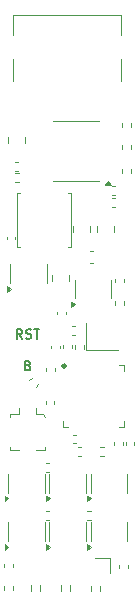
<source format=gbr>
%TF.GenerationSoftware,KiCad,Pcbnew,8.0.5-8.0.5-0~ubuntu24.04.1*%
%TF.CreationDate,2024-10-10T17:44:54+02:00*%
%TF.ProjectId,epi_ESP32_PD,6570695f-4553-4503-9332-5f50442e6b69,1_1*%
%TF.SameCoordinates,Original*%
%TF.FileFunction,Legend,Top*%
%TF.FilePolarity,Positive*%
%FSLAX46Y46*%
G04 Gerber Fmt 4.6, Leading zero omitted, Abs format (unit mm)*
G04 Created by KiCad (PCBNEW 8.0.5-8.0.5-0~ubuntu24.04.1) date 2024-10-10 17:44:54*
%MOMM*%
%LPD*%
G01*
G04 APERTURE LIST*
%ADD10C,0.160000*%
%ADD11C,0.120000*%
%ADD12C,0.250000*%
G04 APERTURE END LIST*
D10*
X100962405Y-62274727D02*
X101076691Y-62312822D01*
X101076691Y-62312822D02*
X101114786Y-62350918D01*
X101114786Y-62350918D02*
X101152882Y-62427108D01*
X101152882Y-62427108D02*
X101152882Y-62541394D01*
X101152882Y-62541394D02*
X101114786Y-62617584D01*
X101114786Y-62617584D02*
X101076691Y-62655680D01*
X101076691Y-62655680D02*
X101000501Y-62693775D01*
X101000501Y-62693775D02*
X100695739Y-62693775D01*
X100695739Y-62693775D02*
X100695739Y-61893775D01*
X100695739Y-61893775D02*
X100962405Y-61893775D01*
X100962405Y-61893775D02*
X101038596Y-61931870D01*
X101038596Y-61931870D02*
X101076691Y-61969965D01*
X101076691Y-61969965D02*
X101114786Y-62046156D01*
X101114786Y-62046156D02*
X101114786Y-62122346D01*
X101114786Y-62122346D02*
X101076691Y-62198537D01*
X101076691Y-62198537D02*
X101038596Y-62236632D01*
X101038596Y-62236632D02*
X100962405Y-62274727D01*
X100962405Y-62274727D02*
X100695739Y-62274727D01*
X100452882Y-59993775D02*
X100186215Y-59612822D01*
X99995739Y-59993775D02*
X99995739Y-59193775D01*
X99995739Y-59193775D02*
X100300501Y-59193775D01*
X100300501Y-59193775D02*
X100376691Y-59231870D01*
X100376691Y-59231870D02*
X100414786Y-59269965D01*
X100414786Y-59269965D02*
X100452882Y-59346156D01*
X100452882Y-59346156D02*
X100452882Y-59460441D01*
X100452882Y-59460441D02*
X100414786Y-59536632D01*
X100414786Y-59536632D02*
X100376691Y-59574727D01*
X100376691Y-59574727D02*
X100300501Y-59612822D01*
X100300501Y-59612822D02*
X99995739Y-59612822D01*
X100757643Y-59955680D02*
X100871929Y-59993775D01*
X100871929Y-59993775D02*
X101062405Y-59993775D01*
X101062405Y-59993775D02*
X101138596Y-59955680D01*
X101138596Y-59955680D02*
X101176691Y-59917584D01*
X101176691Y-59917584D02*
X101214786Y-59841394D01*
X101214786Y-59841394D02*
X101214786Y-59765203D01*
X101214786Y-59765203D02*
X101176691Y-59689013D01*
X101176691Y-59689013D02*
X101138596Y-59650918D01*
X101138596Y-59650918D02*
X101062405Y-59612822D01*
X101062405Y-59612822D02*
X100910024Y-59574727D01*
X100910024Y-59574727D02*
X100833834Y-59536632D01*
X100833834Y-59536632D02*
X100795739Y-59498537D01*
X100795739Y-59498537D02*
X100757643Y-59422346D01*
X100757643Y-59422346D02*
X100757643Y-59346156D01*
X100757643Y-59346156D02*
X100795739Y-59269965D01*
X100795739Y-59269965D02*
X100833834Y-59231870D01*
X100833834Y-59231870D02*
X100910024Y-59193775D01*
X100910024Y-59193775D02*
X101100501Y-59193775D01*
X101100501Y-59193775D02*
X101214786Y-59231870D01*
X101443358Y-59193775D02*
X101900501Y-59193775D01*
X101671929Y-59993775D02*
X101671929Y-59193775D01*
D11*
%TO.C,U1*%
X103890000Y-67447500D02*
X103890000Y-66972500D01*
X104365000Y-67447500D02*
X103890000Y-67447500D01*
X108635000Y-62227500D02*
X109110000Y-62227500D01*
X108635000Y-67447500D02*
X109110000Y-67447500D01*
X109110000Y-62227500D02*
X109110000Y-62702500D01*
X109110000Y-67447500D02*
X109110000Y-66972500D01*
D12*
X104125000Y-62337500D02*
G75*
G02*
X103875000Y-62337500I-125000J0D01*
G01*
X103875000Y-62337500D02*
G75*
G02*
X104125000Y-62337500I125000J0D01*
G01*
D11*
%TO.C,R10*%
X102436359Y-74620000D02*
X102743641Y-74620000D01*
X102436359Y-75380000D02*
X102743641Y-75380000D01*
%TO.C,R11*%
X106253641Y-74620000D02*
X105946359Y-74620000D01*
X106253641Y-75380000D02*
X105946359Y-75380000D01*
%TO.C,Q4*%
X106247536Y-76337500D02*
X106247536Y-75537500D01*
X106247536Y-76337500D02*
X106247536Y-77137500D01*
X109367536Y-76337500D02*
X109367536Y-75537500D01*
X109367536Y-76337500D02*
X109367536Y-77137500D01*
X106297536Y-77637500D02*
X105967536Y-77877500D01*
X105967536Y-77397500D01*
X106297536Y-77637500D01*
G36*
X106297536Y-77637500D02*
G01*
X105967536Y-77877500D01*
X105967536Y-77397500D01*
X106297536Y-77637500D01*
G37*
%TO.C,R15*%
X99846359Y-46020000D02*
X100153641Y-46020000D01*
X99846359Y-46780000D02*
X100153641Y-46780000D01*
%TO.C,Q6*%
X99247536Y-76337500D02*
X99247536Y-75537500D01*
X99247536Y-76337500D02*
X99247536Y-77137500D01*
X102367536Y-76337500D02*
X102367536Y-75537500D01*
X102367536Y-76337500D02*
X102367536Y-77137500D01*
X99297536Y-77637500D02*
X98967536Y-77877500D01*
X98967536Y-77397500D01*
X99297536Y-77637500D01*
G36*
X99297536Y-77637500D02*
G01*
X98967536Y-77877500D01*
X98967536Y-77397500D01*
X99297536Y-77637500D01*
G37*
%TO.C,L2*%
X100040000Y-47715000D02*
X100240000Y-47715000D01*
X100040000Y-52235000D02*
X100040000Y-47715000D01*
X100040000Y-52235000D02*
X100240000Y-52235000D01*
X104560000Y-47715000D02*
X104360000Y-47715000D01*
X104560000Y-52235000D02*
X104360000Y-52235000D01*
X104560000Y-52235000D02*
X104560000Y-47715000D01*
%TO.C,Q2*%
X102747536Y-76337500D02*
X102747536Y-75537500D01*
X102747536Y-76337500D02*
X102747536Y-77137500D01*
X105867536Y-76337500D02*
X105867536Y-75537500D01*
X105867536Y-76337500D02*
X105867536Y-77137500D01*
X102797536Y-77637500D02*
X102467536Y-77877500D01*
X102467536Y-77397500D01*
X102797536Y-77637500D01*
G36*
X102797536Y-77637500D02*
G01*
X102467536Y-77877500D01*
X102467536Y-77397500D01*
X102797536Y-77637500D01*
G37*
%TO.C,Y1*%
X105850000Y-58700000D02*
X105850000Y-61000000D01*
X105850000Y-61000000D02*
X108550000Y-61000000D01*
%TO.C,R7*%
X99836359Y-45020000D02*
X100143641Y-45020000D01*
X99836359Y-45780000D02*
X100143641Y-45780000D01*
%TO.C,C2*%
X102940000Y-60592164D02*
X102940000Y-60807836D01*
X103660000Y-60592164D02*
X103660000Y-60807836D01*
%TO.C,R9*%
X102446359Y-70520000D02*
X102753641Y-70520000D01*
X102446359Y-71280000D02*
X102753641Y-71280000D01*
%TO.C,U2*%
X104890000Y-55800000D02*
X104890000Y-55000000D01*
X104890000Y-55800000D02*
X104890000Y-56600000D01*
X108010000Y-55800000D02*
X108010000Y-55000000D01*
X108010000Y-55800000D02*
X108010000Y-56600000D01*
X104940000Y-57100000D02*
X104610000Y-57340000D01*
X104610000Y-56860000D01*
X104940000Y-57100000D01*
G36*
X104940000Y-57100000D02*
G01*
X104610000Y-57340000D01*
X104610000Y-56860000D01*
X104940000Y-57100000D01*
G37*
%TO.C,C13*%
X103440000Y-57927836D02*
X103440000Y-57712164D01*
X104160000Y-57927836D02*
X104160000Y-57712164D01*
%TO.C,Q5*%
X102747536Y-72237500D02*
X102747536Y-71437500D01*
X102747536Y-72237500D02*
X102747536Y-73037500D01*
X105867536Y-72237500D02*
X105867536Y-71437500D01*
X105867536Y-72237500D02*
X105867536Y-73037500D01*
X102797536Y-73537500D02*
X102467536Y-73777500D01*
X102467536Y-73297500D01*
X102797536Y-73537500D01*
G36*
X102797536Y-73537500D02*
G01*
X102467536Y-73777500D01*
X102467536Y-73297500D01*
X102797536Y-73537500D01*
G37*
%TO.C,R12*%
X98920000Y-81253641D02*
X98920000Y-80946359D01*
X99680000Y-81253641D02*
X99680000Y-80946359D01*
%TO.C,C7*%
X104792164Y-68140000D02*
X105007836Y-68140000D01*
X104792164Y-68860000D02*
X105007836Y-68860000D01*
%TO.C,C15*%
X99140000Y-51607836D02*
X99140000Y-51392164D01*
X99860000Y-51607836D02*
X99860000Y-51392164D01*
%TO.C,R3*%
X108920000Y-45953641D02*
X108920000Y-45646359D01*
X109680000Y-45953641D02*
X109680000Y-45646359D01*
%TO.C,R2*%
X104920000Y-60546359D02*
X104920000Y-60853641D01*
X105680000Y-60546359D02*
X105680000Y-60853641D01*
%TO.C,C4*%
X103940000Y-60567164D02*
X103940000Y-60782836D01*
X104660000Y-60567164D02*
X104660000Y-60782836D01*
%TO.C,Q1*%
X106247536Y-72237500D02*
X106247536Y-71437500D01*
X106247536Y-72237500D02*
X106247536Y-73037500D01*
X109367536Y-72237500D02*
X109367536Y-71437500D01*
X109367536Y-72237500D02*
X109367536Y-73037500D01*
X106297536Y-73537500D02*
X105967536Y-73777500D01*
X105967536Y-73297500D01*
X106297536Y-73537500D01*
G36*
X106297536Y-73537500D02*
G01*
X105967536Y-73777500D01*
X105967536Y-73297500D01*
X106297536Y-73537500D01*
G37*
%TO.C,L1*%
X101289940Y-63322659D02*
X101072659Y-63539940D01*
X101827341Y-63860060D02*
X101610060Y-64077341D01*
%TO.C,C17*%
X106765000Y-50961252D02*
X106765000Y-50438748D01*
X108235000Y-50961252D02*
X108235000Y-50438748D01*
%TO.C,C1*%
X108240000Y-69007836D02*
X108240000Y-68792164D01*
X108960000Y-69007836D02*
X108960000Y-68792164D01*
%TO.C,C11*%
X108340000Y-54972164D02*
X108340000Y-55187836D01*
X109060000Y-54972164D02*
X109060000Y-55187836D01*
%TO.C,C10*%
X102965000Y-54638748D02*
X102965000Y-55161252D01*
X104435000Y-54638748D02*
X104435000Y-55161252D01*
%TO.C,R4*%
X107046359Y-69220000D02*
X107353641Y-69220000D01*
X107046359Y-69980000D02*
X107353641Y-69980000D01*
%TO.C,R1*%
X108353641Y-47120000D02*
X108046359Y-47120000D01*
X108353641Y-47880000D02*
X108046359Y-47880000D01*
%TO.C,C5*%
X102440000Y-65507836D02*
X102440000Y-65292164D01*
X103160000Y-65507836D02*
X103160000Y-65292164D01*
%TO.C,C3*%
X104692164Y-58940000D02*
X104907836Y-58940000D01*
X104692164Y-59660000D02*
X104907836Y-59660000D01*
%TO.C,R8*%
X108036359Y-48120000D02*
X108343641Y-48120000D01*
X108036359Y-48880000D02*
X108343641Y-48880000D01*
%TO.C,C14*%
X106440580Y-52590000D02*
X106159420Y-52590000D01*
X106440580Y-53610000D02*
X106159420Y-53610000D01*
%TO.C,R6*%
X108320000Y-57153641D02*
X108320000Y-56846359D01*
X109080000Y-57153641D02*
X109080000Y-56846359D01*
%TO.C,C6*%
X102490000Y-62512164D02*
X102490000Y-62727836D01*
X103210000Y-62512164D02*
X103210000Y-62727836D01*
%TO.C,R13*%
X108620000Y-79146359D02*
X108620000Y-79453641D01*
X109380000Y-79146359D02*
X109380000Y-79453641D01*
%TO.C,J6*%
X99400000Y-66400000D02*
X100200000Y-66400000D01*
X99400000Y-66600000D02*
X99400000Y-66400000D01*
X99400000Y-69400000D02*
X99400000Y-69200000D01*
X100200000Y-66400000D02*
X100200000Y-65900000D01*
X100200000Y-69400000D02*
X99400000Y-69400000D01*
X101600000Y-66400000D02*
X101600000Y-65900000D01*
X101600000Y-66400000D02*
X102200000Y-66400000D01*
X102200000Y-66400000D02*
X102400000Y-66600000D01*
X102400000Y-69200000D02*
X102400000Y-69400000D01*
X102400000Y-69400000D02*
X101600000Y-69400000D01*
%TO.C,U5*%
X99440000Y-54500000D02*
X99440000Y-53700000D01*
X99440000Y-54500000D02*
X99440000Y-55300000D01*
X102560000Y-54500000D02*
X102560000Y-53700000D01*
X102560000Y-54500000D02*
X102560000Y-55300000D01*
X99490000Y-55800000D02*
X99160000Y-56040000D01*
X99160000Y-55560000D01*
X99490000Y-55800000D01*
G36*
X99490000Y-55800000D02*
G01*
X99160000Y-56040000D01*
X99160000Y-55560000D01*
X99490000Y-55800000D01*
G37*
%TO.C,R5*%
X105146359Y-69220000D02*
X105453641Y-69220000D01*
X105146359Y-69980000D02*
X105453641Y-69980000D01*
%TO.C,C8*%
X99265000Y-42938748D02*
X99265000Y-43461252D01*
X100735000Y-42938748D02*
X100735000Y-43461252D01*
%TO.C,Q3*%
X99247536Y-72237500D02*
X99247536Y-71437500D01*
X99247536Y-72237500D02*
X99247536Y-73037500D01*
X102367536Y-72237500D02*
X102367536Y-71437500D01*
X102367536Y-72237500D02*
X102367536Y-73037500D01*
X99297536Y-73537500D02*
X98967536Y-73777500D01*
X98967536Y-73297500D01*
X99297536Y-73537500D01*
G36*
X99297536Y-73537500D02*
G01*
X98967536Y-73777500D01*
X98967536Y-73297500D01*
X99297536Y-73537500D01*
G37*
%TO.C,RV2*%
X108920000Y-43646359D02*
X108920000Y-43953641D01*
X109680000Y-43646359D02*
X109680000Y-43953641D01*
%TO.C,R14*%
X98920000Y-79046359D02*
X98920000Y-79353641D01*
X99680000Y-79046359D02*
X99680000Y-79353641D01*
%TO.C,J7*%
X101180000Y-80902929D02*
X101180000Y-81357071D01*
X101940000Y-80902929D02*
X101940000Y-81357071D01*
X103720000Y-80902929D02*
X103720000Y-81357071D01*
X104480000Y-80902929D02*
X104480000Y-81357071D01*
X106260000Y-80970000D02*
X106260000Y-81357071D01*
X106640000Y-78590000D02*
X107910000Y-78590000D01*
X107020000Y-80970000D02*
X107020000Y-81357071D01*
X107910000Y-78590000D02*
X107910000Y-79860000D01*
%TO.C,U3*%
X105037500Y-41540000D02*
X103087500Y-41540000D01*
X105037500Y-41540000D02*
X106987500Y-41540000D01*
X105037500Y-46660000D02*
X103087500Y-46660000D01*
X105037500Y-46660000D02*
X106987500Y-46660000D01*
X107977500Y-46990000D02*
X107497500Y-46990000D01*
X107737500Y-46660000D01*
X107977500Y-46990000D01*
G36*
X107977500Y-46990000D02*
G01*
X107497500Y-46990000D01*
X107737500Y-46660000D01*
X107977500Y-46990000D01*
G37*
%TO.C,C12*%
X109240000Y-68792164D02*
X109240000Y-69007836D01*
X109960000Y-68792164D02*
X109960000Y-69007836D01*
%TO.C,RV3*%
X108920000Y-42053641D02*
X108920000Y-41746359D01*
X109680000Y-42053641D02*
X109680000Y-41746359D01*
%TO.C,J2*%
X99670000Y-32580000D02*
X108830000Y-32580000D01*
X99670000Y-34285000D02*
X99670000Y-32580000D01*
X99670000Y-36295000D02*
X99670000Y-38215000D01*
X108830000Y-32580000D02*
X108830000Y-34285000D01*
X108830000Y-38215000D02*
X108830000Y-36295000D01*
%TO.C,C16*%
X104765000Y-50961252D02*
X104765000Y-50438748D01*
X106235000Y-50961252D02*
X106235000Y-50438748D01*
%TD*%
M02*

</source>
